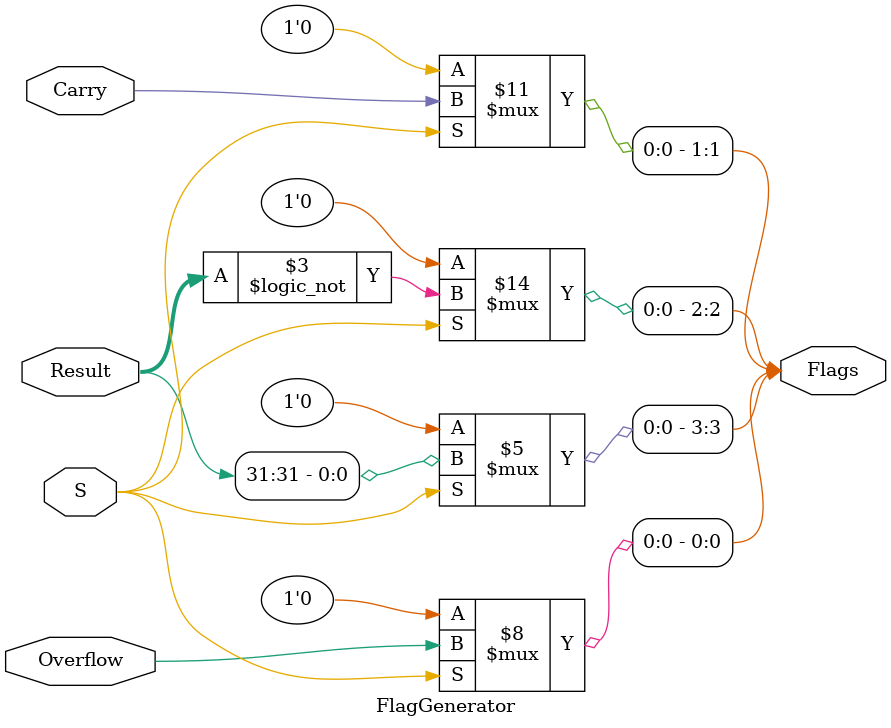
<source format=v>
module FlagGenerator (
    input S,
    input signed [31:0] Result,
    input Carry,
    input Overflow,
    output reg [3:0] Flags
);

always @(S or Result or Carry or Overflow) begin
    Flags = 4'b0000;
    if(S == 1'b1) begin
        Flags[3] = Result[31];
        Flags[2] = (Result == 32'b0);
        Flags[1] = Carry;
        Flags[0] = Overflow;
    end
end

endmodule

</source>
